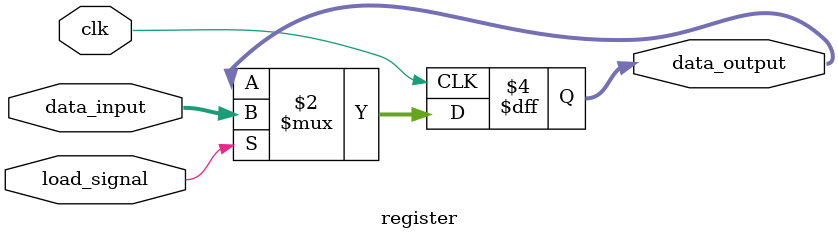
<source format=v>
/* registrador, com sinal de load, sem reset e parametrizado para N bits de memória */
module register #(parameter N = 64) (
    input wire clk, /* sinal de clock */
    input wire load_signal, /* sinal de load, para escrever ou não novos valores */
    input wire [N-1:0] data_input, /* novos dados a serem escritos no registrador */
    output reg [N-1:0] data_output); /* dados já cadastrados no registrador */

    /* ação em borda de subida do clock */
    always @(posedge clk) begin
        /* escrever dados apenas com sinal se load (load_signal = 1) */
        if(load_signal)
            data_output <= data_input;
    end

endmodule

</source>
